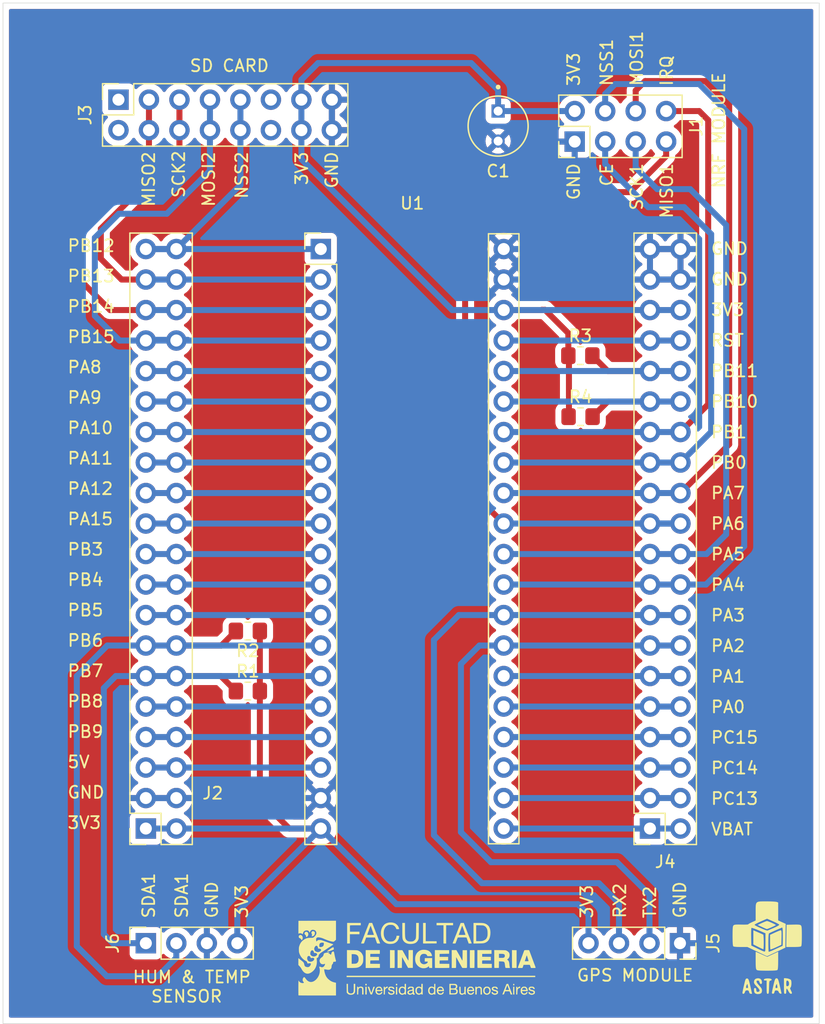
<source format=kicad_pcb>
(kicad_pcb (version 20240108) (generator "pcbnew") (generator_version "8.0")
  (title_block (title "Blue Pill extension board") (company "Fiuba Sat"))
  (layers (0 "F.Cu" signal) (31 "B.Cu" signal) (34 "B.Paste" user) (35 "F.Paste" user) (36 "B.SilkS" user "B.Silkscreen") (37 "F.SilkS" user "F.Silkscreen") (38 "B.Mask" user) (39 "F.Mask" user) (44 "Edge.Cuts" user))
  (net 0 "")
  (net 1 "MOSI1")
  (net 2 "VBAT")
  (net 3 "NSS1")
  (net 4 "SCK1")
  (net 5 "SDA2")
  (net 6 "PA1")
  (net 7 "PB1")
  (net 8 "PC13")
  (net 9 "PC15")
  (net 10 "SCL2")
  (net 11 "PC14")
  (net 12 "RST")
  (net 13 "PA0")
  (net 14 "PB0")
  (net 15 "PA8")
  (net 16 "PB4")
  (net 17 "PB3")
  (net 18 "PB5")
  (net 19 "PA11")
  (net 20 "MISO1")
  (net 21 "PA15")
  (net 22 "PA12")
  (net 23 "SDA1")
  (net 24 "SCL1")
  (net 25 "5V")
  (net 26 "NSS2")
  (net 27 "SCK2")
  (net 28 "MOSI2")
  (net 29 "PB8")
  (net 30 "PB9")
  (net 31 "GND")
  (net 35 "MISO2")
  (net 36 "RX1")
  (net 37 "TX1")
  (net 39 "RX2")
  (net 40 "TX2")
  (net 41 "3V3_R")
  (net 42 "3V3_L")
  (footprint "Connector_PinSocket_2.54mm:PinSocket_2x20_P2.54mm_Vertical" (layer "F.Cu") (at 124.675 114.73 180)
    (property "Reference" "J2" (at -5.575 2.94 180) (layer "F.SilkS"))
    (property "Value" "Conn_02x20_Odd_Even" (hide yes))
    (pad "1" thru_hole rect (at 0 0 180) (size 1.7 1.7) (drill 1) (layers "*.Cu" "*.Mask") (net 42 "3V3_L"))
    (pad "2" thru_hole oval (at -2.54 0 180) (size 1.7 1.7) (drill 1) (layers "*.Cu" "*.Mask") (net 42 "3V3_L"))
    (pad "3" thru_hole oval (at 0 2.54 180) (size 1.7 1.7) (drill 1) (layers "*.Cu" "*.Mask") (net 31 "GND"))
    (pad "4" thru_hole oval (at -2.54 2.54 180) (size 1.7 1.7) (drill 1) (layers "*.Cu" "*.Mask") (net 31 "GND"))
    (pad "5" thru_hole oval (at 0 5.08 180) (size 1.7 1.7) (drill 1) (layers "*.Cu" "*.Mask") (net 25 "5V"))
    (pad "6" thru_hole oval (at -2.54 5.08 180) (size 1.7 1.7) (drill 1) (layers "*.Cu" "*.Mask") (net 25 "5V"))
    (pad "7" thru_hole oval (at 0 7.62 180) (size 1.7 1.7) (drill 1) (layers "*.Cu" "*.Mask") (net 30 "PB9"))
    (pad "8" thru_hole oval (at -2.54 7.62 180) (size 1.7 1.7) (drill 1) (layers "*.Cu" "*.Mask") (net 30 "PB9"))
    (pad "9" thru_hole oval (at 0 10.16 180) (size 1.7 1.7) (drill 1) (layers "*.Cu" "*.Mask") (net 29 "PB8"))
    (pad "10" thru_hole oval (at -2.54 10.16 180) (size 1.7 1.7) (drill 1) (layers "*.Cu" "*.Mask") (net 29 "PB8"))
    (pad "11" thru_hole oval (at 0 12.7 180) (size 1.7 1.7) (drill 1) (layers "*.Cu" "*.Mask") (net 23 "SDA1"))
    (pad "12" thru_hole oval (at -2.54 12.7 180) (size 1.7 1.7) (drill 1) (layers "*.Cu" "*.Mask") (net 23 "SDA1"))
    (pad "13" thru_hole oval (at 0 15.24 180) (size 1.7 1.7) (drill 1) (layers "*.Cu" "*.Mask") (net 24 "SCL1"))
    (pad "14" thru_hole oval (at -2.54 15.24 180) (size 1.7 1.7) (drill 1) (layers "*.Cu" "*.Mask") (net 24 "SCL1"))
    (pad "15" thru_hole oval (at 0 17.78 180) (size 1.7 1.7) (drill 1) (layers "*.Cu" "*.Mask") (net 18 "PB5"))
    (pad "16" thru_hole oval (at -2.54 17.78 180) (size 1.7 1.7) (drill 1) (layers "*.Cu" "*.Mask") (net 18 "PB5"))
    (pad "17" thru_hole oval (at 0 20.32 180) (size 1.7 1.7) (drill 1) (layers "*.Cu" "*.Mask") (net 16 "PB4"))
    (pad "18" thru_hole oval (at -2.54 20.32 180) (size 1.7 1.7) (drill 1) (layers "*.Cu" "*.Mask") (net 16 "PB4"))
    (pad "19" thru_hole oval (at 0 22.86 180) (size 1.7 1.7) (drill 1) (layers "*.Cu" "*.Mask") (net 17 "PB3"))
    (pad "20" thru_hole oval (at -2.54 22.86 180) (size 1.7 1.7) (drill 1) (layers "*.Cu" "*.Mask") (net 17 "PB3"))
    (pad "21" thru_hole oval (at 0 25.4 180) (size 1.7 1.7) (drill 1) (layers "*.Cu" "*.Mask") (net 21 "PA15"))
    (pad "22" thru_hole oval (at -2.54 25.4 180) (size 1.7 1.7) (drill 1) (layers "*.Cu" "*.Mask") (net 21 "PA15"))
    (pad "23" thru_hole oval (at 0 27.94 180) (size 1.7 1.7) (drill 1) (layers "*.Cu" "*.Mask") (net 22 "PA12"))
    (pad "24" thru_hole oval (at -2.54 27.94 180) (size 1.7 1.7) (drill 1) (layers "*.Cu" "*.Mask") (net 22 "PA12"))
    (pad "25" thru_hole oval (at 0 30.48 180) (size 1.7 1.7) (drill 1) (layers "*.Cu" "*.Mask") (net 19 "PA11"))
    (pad "26" thru_hole oval (at -2.54 30.48 180) (size 1.7 1.7) (drill 1) (layers "*.Cu" "*.Mask") (net 19 "PA11"))
    (pad "27" thru_hole oval (at 0 33.02 180) (size 1.7 1.7) (drill 1) (layers "*.Cu" "*.Mask") (net 36 "RX1"))
    (pad "28" thru_hole oval (at -2.54 33.02 180) (size 1.7 1.7) (drill 1) (layers "*.Cu" "*.Mask") (net 36 "RX1"))
    (pad "29" thru_hole oval (at 0 35.56 180) (size 1.7 1.7) (drill 1) (layers "*.Cu" "*.Mask") (net 37 "TX1"))
    (pad "30" thru_hole oval (at -2.54 35.56 180) (size 1.7 1.7) (drill 1) (layers "*.Cu" "*.Mask") (net 37 "TX1"))
    (pad "31" thru_hole oval (at 0 38.1 180) (size 1.7 1.7) (drill 1) (layers "*.Cu" "*.Mask") (net 15 "PA8"))
    (pad "32" thru_hole oval (at -2.54 38.1 180) (size 1.7 1.7) (drill 1) (layers "*.Cu" "*.Mask") (net 15 "PA8"))
    (pad "33" thru_hole oval (at 0 40.64 180) (size 1.7 1.7) (drill 1) (layers "*.Cu" "*.Mask") (net 28 "MOSI2"))
    (pad "34" thru_hole oval (at -2.54 40.64 180) (size 1.7 1.7) (drill 1) (layers "*.Cu" "*.Mask") (net 28 "MOSI2"))
    (pad "35" thru_hole oval (at 0 43.18 180) (size 1.7 1.7) (drill 1) (layers "*.Cu" "*.Mask") (net 35 "MISO2"))
    (pad "36" thru_hole oval (at -2.54 43.18 180) (size 1.7 1.7) (drill 1) (layers "*.Cu" "*.Mask") (net 35 "MISO2"))
    (pad "37" thru_hole oval (at 0 45.72 180) (size 1.7 1.7) (drill 1) (layers "*.Cu" "*.Mask") (net 27 "SCK2"))
    (pad "38" thru_hole oval (at -2.54 45.72 180) (size 1.7 1.7) (drill 1) (layers "*.Cu" "*.Mask") (net 27 "SCK2"))
    (pad "39" thru_hole oval (at 0 48.26 180) (size 1.7 1.7) (drill 1) (layers "*.Cu" "*.Mask") (net 26 "NSS2"))
    (pad "40" thru_hole oval (at -2.54 48.26 180) (size 1.7 1.7) (drill 1) (layers "*.Cu" "*.Mask") (net 26 "NSS2"))
  )
  (footprint "Footprints:BluePill_modified(F.Courtyard)" (layer "F.Cu") (at 139.25 66.47)
    (property "Reference" "U1" (at 7.62 -3.81 0) (layer "F.SilkS"))
    (property "Value" "YAAJ_BluePill_Part_Like" (hide yes))
    (pad "1" thru_hole rect (at 0 0) (size 1.7 1.7) (drill 1) (layers "*.Cu" "*.Mask") (net 26 "NSS2"))
    (pad "2" thru_hole circle (at 0 2.54) (size 1.7 1.7) (drill 1) (layers "*.Cu" "*.Mask") (net 27 "SCK2"))
    (pad "3" thru_hole circle (at 0 5.08) (size 1.7 1.7) (drill 1) (layers "*.Cu" "*.Mask") (net 35 "MISO2"))
    (pad "4" thru_hole circle (at 0 7.62) (size 1.7 1.7) (drill 1) (layers "*.Cu" "*.Mask") (net 28 "MOSI2"))
    (pad "5" thru_hole circle (at 0 10.16) (size 1.7 1.7) (drill 1) (layers "*.Cu" "*.Mask") (net 15 "PA8"))
    (pad "6" thru_hole circle (at 0 12.7) (size 1.7 1.7) (drill 1) (layers "*.Cu" "*.Mask") (net 37 "TX1"))
    (pad "7" thru_hole circle (at 0 15.24) (size 1.7 1.7) (drill 1) (layers "*.Cu" "*.Mask") (net 36 "RX1"))
    (pad "8" thru_hole circle (at 0 17.78) (size 1.7 1.7) (drill 1) (layers "*.Cu" "*.Mask") (net 19 "PA11"))
    (pad "9" thru_hole circle (at 0 20.32) (size 1.7 1.7) (drill 1) (layers "*.Cu" "*.Mask") (net 22 "PA12"))
    (pad "10" thru_hole circle (at 0 22.86) (size 1.7 1.7) (drill 1) (layers "*.Cu" "*.Mask") (net 21 "PA15"))
    (pad "11" thru_hole circle (at 0 25.4) (size 1.7 1.7) (drill 1) (layers "*.Cu" "*.Mask") (net 17 "PB3"))
    (pad "12" thru_hole circle (at 0 27.94) (size 1.7 1.7) (drill 1) (layers "*.Cu" "*.Mask") (net 16 "PB4"))
    (pad "13" thru_hole circle (at 0 30.48) (size 1.7 1.7) (drill 1) (layers "*.Cu" "*.Mask") (net 18 "PB5"))
    (pad "14" thru_hole circle (at 0 33.02) (size 1.7 1.7) (drill 1) (layers "*.Cu" "*.Mask") (net 24 "SCL1"))
    (pad "15" thru_hole circle (at 0 35.56) (size 1.7 1.7) (drill 1) (layers "*.Cu" "*.Mask") (net 23 "SDA1"))
    (pad "16" thru_hole circle (at 0 38.1) (size 1.7 1.7) (drill 1) (layers "*.Cu" "*.Mask") (net 29 "PB8"))
    (pad "17" thru_hole circle (at 0 40.64) (size 1.7 1.7) (drill 1) (layers "*.Cu" "*.Mask") (net 30 "PB9"))
    (pad "18" thru_hole circle (at 0 43.18) (size 1.7 1.7) (drill 1) (layers "*.Cu" "*.Mask") (net 25 "5V"))
    (pad "19" thru_hole circle (at 0 45.72) (size 1.7 1.7) (drill 1) (layers "*.Cu" "*.Mask") (net 31 "GND"))
    (pad "20" thru_hole circle (at 0 48.26) (size 1.7 1.7) (drill 1) (layers "*.Cu" "*.Mask") (net 42 "3V3_L"))
    (pad "21" thru_hole circle (at 15.24 48.26) (size 1.7 1.7) (drill 1) (layers "*.Cu" "*.Mask") (net 2 "VBAT"))
    (pad "22" thru_hole circle (at 15.24 45.72) (size 1.7 1.7) (drill 1) (layers "*.Cu" "*.Mask") (net 8 "PC13"))
    (pad "23" thru_hole circle (at 15.24 43.18) (size 1.7 1.7) (drill 1) (layers "*.Cu" "*.Mask") (net 11 "PC14"))
    (pad "24" thru_hole circle (at 15.24 40.64) (size 1.7 1.7) (drill 1) (layers "*.Cu" "*.Mask") (net 9 "PC15"))
    (pad "25" thru_hole circle (at 15.24 38.1) (size 1.7 1.7) (drill 1) (layers "*.Cu" "*.Mask") (net 13 "PA0"))
    (pad "26" thru_hole circle (at 15.24 35.56) (size 1.7 1.7) (drill 1) (layers "*.Cu" "*.Mask") (net 6 "PA1"))
    (pad "27" thru_hole circle (at 15.24 33.02) (size 1.7 1.7) (drill 1) (layers "*.Cu" "*.Mask") (net 40 "TX2"))
    (pad "28" thru_hole circle (at 15.24 30.48) (size 1.7 1.7) (drill 1) (layers "*.Cu" "*.Mask") (net 39 "RX2"))
    (pad "29" thru_hole circle (at 15.24 27.94) (size 1.7 1.7) (drill 1) (layers "*.Cu" "*.Mask") (net 3 "NSS1"))
    (pad "30" thru_hole circle (at 15.24 25.4) (size 1.7 1.7) (drill 1) (layers "*.Cu" "*.Mask") (net 4 "SCK1"))
    (pad "31" thru_hole circle (at 15.24 22.86) (size 1.7 1.7) (drill 1) (layers "*.Cu" "*.Mask") (net 20 "MISO1"))
    (pad "32" thru_hole circle (at 15.24 20.32) (size 1.7 1.7) (drill 1) (layers "*.Cu" "*.Mask") (net 1 "MOSI1"))
    (pad "33" thru_hole circle (at 15.24 17.78) (size 1.7 1.7) (drill 1) (layers "*.Cu" "*.Mask") (net 14 "PB0"))
    (pad "34" thru_hole circle (at 15.24 15.24) (size 1.7 1.7) (drill 1) (layers "*.Cu" "*.Mask") (net 7 "PB1"))
    (pad "35" thru_hole circle (at 15.24 12.7) (size 1.7 1.7) (drill 1) (layers "*.Cu" "*.Mask") (net 10 "SCL2"))
    (pad "36" thru_hole circle (at 15.24 10.16) (size 1.7 1.7) (drill 1) (layers "*.Cu" "*.Mask") (net 5 "SDA2"))
    (pad "37" thru_hole circle (at 15.24 7.62) (size 1.7 1.7) (drill 1) (layers "*.Cu" "*.Mask") (net 12 "RST"))
    (pad "38" thru_hole circle (at 15.24 5.08) (size 1.7 1.7) (drill 1) (layers "*.Cu" "*.Mask") (net 41 "3V3_R"))
    (pad "39" thru_hole circle (at 15.24 2.54) (size 1.7 1.7) (drill 1) (layers "*.Cu" "*.Mask") (net 31 "GND"))
    (pad "40" thru_hole circle (at 15.24 0) (size 1.7 1.7) (drill 1) (layers "*.Cu" "*.Mask") (net 31 "GND"))
  )
  (footprint "Connector_PinSocket_2.54mm:PinSocket_2x20_P2.54mm_Vertical" (layer "F.Cu") (at 166.675 114.73 180)
    (property "Reference" "J4" (at -1.27 -2.77 180) (layer "F.SilkS"))
    (property "Value" "Conn_02x20_Odd_Even" (hide yes))
    (pad "1" thru_hole rect (at 0 0 180) (size 1.7 1.7) (drill 1) (layers "*.Cu" "*.Mask") (net 2 "VBAT"))
    (pad "2" thru_hole oval (at -2.54 0 180) (size 1.7 1.7) (drill 1) (layers "*.Cu" "*.Mask") (net 2 "VBAT"))
    (pad "3" thru_hole oval (at 0 2.54 180) (size 1.7 1.7) (drill 1) (layers "*.Cu" "*.Mask") (net 8 "PC13"))
    (pad "4" thru_hole oval (at -2.54 2.54 180) (size 1.7 1.7) (drill 1) (layers "*.Cu" "*.Mask") (net 8 "PC13"))
    (pad "5" thru_hole oval (at 0 5.08 180) (size 1.7 1.7) (drill 1) (layers "*.Cu" "*.Mask") (net 11 "PC14"))
    (pad "6" thru_hole oval (at -2.54 5.08 180) (size 1.7 1.7) (drill 1) (layers "*.Cu" "*.Mask") (net 11 "PC14"))
    (pad "7" thru_hole oval (at 0 7.62 180) (size 1.7 1.7) (drill 1) (layers "*.Cu" "*.Mask") (net 9 "PC15"))
    (pad "8" thru_hole oval (at -2.54 7.62 180) (size 1.7 1.7) (drill 1) (layers "*.Cu" "*.Mask") (net 9 "PC15"))
    (pad "9" thru_hole oval (at 0 10.16 180) (size 1.7 1.7) (drill 1) (layers "*.Cu" "*.Mask") (net 13 "PA0"))
    (pad "10" thru_hole oval (at -2.54 10.16 180) (size 1.7 1.7) (drill 1) (layers "*.Cu" "*.Mask") (net 13 "PA0"))
    (pad "11" thru_hole oval (at 0 12.7 180) (size 1.7 1.7) (drill 1) (layers "*.Cu" "*.Mask") (net 6 "PA1"))
    (pad "12" thru_hole oval (at -2.54 12.7 180) (size 1.7 1.7) (drill 1) (layers "*.Cu" "*.Mask") (net 6 "PA1"))
    (pad "13" thru_hole oval (at 0 15.24 180) (size 1.7 1.7) (drill 1) (layers "*.Cu" "*.Mask") (net 40 "TX2"))
    (pad "14" thru_hole oval (at -2.54 15.24 180) (size 1.7 1.7) (drill 1) (layers "*.Cu" "*.Mask") (net 40 "TX2"))
    (pad "15" thru_hole oval (at 0 17.78 180) (size 1.7 1.7) (drill 1) (layers "*.Cu" "*.Mask") (net 39 "RX2"))
    (pad "16" thru_hole oval (at -2.54 17.78 180) (size 1.7 1.7) (drill 1) (layers "*.Cu" "*.Mask") (net 39 "RX2"))
    (pad "17" thru_hole oval (at 0 20.32 180) (size 1.7 1.7) (drill 1) (layers "*.Cu" "*.Mask") (net 3 "NSS1"))
    (pad "18" thru_hole oval (at -2.54 20.32 180) (size 1.7 1.7) (drill 1) (layers "*.Cu" "*.Mask") (net 3 "NSS1"))
    (pad "19" thru_hole oval (at 0 22.86 180) (size 1.7 1.7) (drill 1) (layers "*.Cu" "*.Mask") (net 4 "SCK1"))
    (pad "20" thru_hole oval (at -2.54 22.86 180) (size 1.7 1.7) (drill 1) (layers "*.Cu" "*.Mask") (net 4 "SCK1"))
    (pad "21" thru_hole oval (at 0 25.4 180) (size 1.7 1.7) (drill 1) (layers "*.Cu" "*.Mask") (net 20 "MISO1"))
    (pad "22" thru_hole oval (at -2.54 25.4 180) (size 1.7 1.7) (drill 1) (layers "*.Cu" "*.Mask") (net 20 "MISO1"))
    (pad "23" thru_hole oval (at 0 27.94 180) (size 1.7 1.7) (drill 1) (layers "*.Cu" "*.Mask") (net 1 "MOSI1"))
    (pad "24" thru_hole oval (at -2.54 27.94 180) (size 1.7 1.7) (drill 1) (layers "*.Cu" "*.Mask") (net 1 "MOSI1"))
    (pad "25" thru_hole oval (at 0 30.48 180) (size 1.7 1.7) (drill 1) (layers "*.Cu" "*.Mask") (net 14 "PB0"))
    (pad "26" thru_hole oval (at -2.54 30.48 180) (size 1.7 1.7) (drill 1) (layers "*.Cu" "*.Mask") (net 14 "PB0"))
    (pad "27" thru_hole oval (at 0 33.02 180) (size 1.7 1.7) (drill 1) (layers "*.Cu" "*.Mask") (net 7 "PB1"))
    (pad "28" thru_hole oval (at -2.54 33.02 180) (size 1.7 1.7) (drill 1) (layers "*.Cu" "*.Mask") (net 7 "PB1"))
    (pad "29" thru_hole oval (at 0 35.56 180) (size 1.7 1.7) (drill 1) (layers "*.Cu" "*.Mask") (net 10 "SCL2"))
    (pad "30" thru_hole oval (at -2.54 35.56 180) (size 1.7 1.7) (drill 1) (layers "*.Cu" "*.Mask") (net 10 "SCL2"))
    (pad "31" thru_hole oval (at 0 38.1 180) (size 1.7 1.7) (drill 1) (layers "*.Cu" "*.Mask") (net 5 "SDA2"))
    (pad "32" thru_hole oval (at -2.54 38.1 180) (size 1.7 1.7) (drill 1) (layers "*.Cu" "*.Mask") (net 5 "SDA2"))
    (pad "33" thru_hole oval (at 0 40.64 180) (size 1.7 1.7) (drill 1) (layers "*.Cu" "*.Mask") (net 12 "RST"))
    (pad "34" thru_hole oval (at -2.54 40.64 180) (size 1.7 1.7) (drill 1) (layers "*.Cu" "*.Mask") (net 12 "RST"))
    (pad "35" thru_hole oval (at 0 43.18 180) (size 1.7 1.7) (drill 1) (layers "*.Cu" "*.Mask") (net 41 "3V3_R"))
    (pad "36" thru_hole oval (at -2.54 43.18 180) (size 1.7 1.7) (drill 1) (layers "*.Cu" "*.Mask") (net 41 "3V3_R"))
    (pad "37" thru_hole oval (at 0 45.72 180) (size 1.7 1.7) (drill 1) (layers "*.Cu" "*.Mask") (net 31 "GND"))
    (pad "38" thru_hole oval (at -2.54 45.72 180) (size 1.7 1.7) (drill 1) (layers "*.Cu" "*.Mask") (net 31 "GND"))
    (pad "39" thru_hole oval (at 0 48.26 180) (size 1.7 1.7) (drill 1) (layers "*.Cu" "*.Mask") (net 31 "GND"))
    (pad "40" thru_hole oval (at -2.54 48.26 180) (size 1.7 1.7) (drill 1) (layers "*.Cu" "*.Mask") (net 31 "GND"))
  )
  (footprint "Connector_PinSocket_2.54mm:PinSocket_2x08_P2.54mm_Vertical" (layer "F.Cu") (at 122.395 54.03 90)
    (property "Reference" "J3" (at -1.27 -2.77 -90) (layer "F.SilkS"))
    (property "Value" "SD_CARD")
    (pad "1" thru_hole rect (at 0 0 90) (size 1.7 1.7) (drill 1) (layers "*.Cu" "*.Mask"))
    (pad "2" thru_hole oval (at -2.54 0 90) (size 1.7 1.7) (drill 1) (layers "*.Cu" "*.Mask"))
    (pad "3" thru_hole oval (at 0 2.54 90) (size 1.7 1.7) (drill 1) (layers "*.Cu" "*.Mask") (net 35 "MISO2"))
    (pad "4" thru_hole oval (at -2.54 2.54 90) (size 1.7 1.7) (drill 1) (layers "*.Cu" "*.Mask") (net 35 "MISO2"))
    (pad "5" thru_hole oval (at 0 5.08 90) (size 1.7 1.7) (drill 1) (layers "*.Cu" "*.Mask") (net 27 "SCK2"))
    (pad "6" thru_hole oval (at -2.54 5.08 90) (size 1.7 1.7) (drill 1) (layers "*.Cu" "*.Mask") (net 27 "SCK2"))
    (pad "7" thru_hole oval (at 0 7.62 90) (size 1.7 1.7) (drill 1) (layers "*.Cu" "*.Mask") (net 28 "MOSI2"))
    (pad "8" thru_hole oval (at -2.54 7.62 90) (size 1.7 1.7) (drill 1) (layers "*.Cu" "*.Mask") (net 28 "MOSI2"))
    (pad "9" thru_hole oval (at 0 10.16 90) (size 1.7 1.7) (drill 1) (layers "*.Cu" "*.Mask") (net 26 "NSS2"))
    (pad "10" thru_hole oval (at -2.54 10.16 90) (size 1.7 1.7) (drill 1) (layers "*.Cu" "*.Mask") (net 26 "NSS2"))
    (pad "11" thru_hole oval (at 0 12.7 90) (size 1.7 1.7) (drill 1) (layers "*.Cu" "*.Mask"))
    (pad "12" thru_hole oval (at -2.54 12.7 90) (size 1.7 1.7) (drill 1) (layers "*.Cu" "*.Mask"))
    (pad "13" thru_hole oval (at 0 15.24 90) (size 1.7 1.7) (drill 1) (layers "*.Cu" "*.Mask") (net 41 "3V3_R"))
    (pad "14" thru_hole oval (at -2.54 15.24 90) (size 1.7 1.7) (drill 1) (layers "*.Cu" "*.Mask") (net 41 "3V3_R"))
    (pad "15" thru_hole oval (at 0 17.78 90) (size 1.7 1.7) (drill 1) (layers "*.Cu" "*.Mask") (net 31 "GND"))
    (pad "16" thru_hole oval (at -2.54 17.78 90) (size 1.7 1.7) (drill 1) (layers "*.Cu" "*.Mask") (net 31 "GND"))
  )
  (footprint "Resistor_SMD:R_0805_2012Metric_Pad1.20x1.40mm_HandSolder" (layer "F.Cu") (at 160.875 75.35)
    (property "Reference" "R3" (at 0 -1.65 0) (layer "F.SilkS"))
    (property "Value" "10k")
    (pad "1" smd roundrect (at -1 0) (size 1.2 1.4) (layers "F.Cu" "F.Paste" "F.Mask") (roundrect_rratio 0.208333) (net 41 "3V3_R"))
    (pad "2" smd roundrect (at 1 0) (size 1.2 1.4) (layers "F.Cu" "F.Paste" "F.Mask") (roundrect_rratio 0.208333) (net 5 "SDA2"))
  )
  (footprint "Images:ASTAR" (layer "F.Cu") (at 176.25 124.5)
    (property "Reference" "G***" (hide yes))
    (property "Value" "LOGO" (hide yes))
  )
  (footprint "Footprints:CAPPRD250W50D500H1100" (layer "F.Cu") (at 154.025 56.23 -90)
    (property "Reference" "C1" (at 3.75 0 180) (layer "F.SilkS"))
    (property "Value" "10u")
    (pad "N" thru_hole circle (at 1.25 0 270) (size 1.1 1.1) (drill 0.75) (layers "*.Cu" "*.Mask") (net 31 "GND"))
    (pad "P" thru_hole rect (at -1.25 0 270) (size 1.1 1.1) (drill 0.75) (layers "*.Cu" "*.Mask") (net 41 "3V3_R"))
  )
  (footprint "Connector_PinSocket_2.54mm:PinSocket_1x04_P2.54mm_Vertical" (layer "F.Cu") (at 169.175 124.28 -90)
    (property "Reference" "J5" (at 0 -2.77 90) (layer "F.SilkS"))
    (property "Value" "GPS_MODULE")
    (pad "1" thru_hole rect (at 0 0 270) (size 1.7 1.7) (drill 1) (layers "*.Cu" "*.Mask") (net 31 "GND"))
    (pad "2" thru_hole oval (at 0 2.54 270) (size 1.7 1.7) (drill 1) (layers "*.Cu" "*.Mask") (net 40 "TX2"))
    (pad "3" thru_hole oval (at 0 5.08 270) (size 1.7 1.7) (drill 1) (layers "*.Cu" "*.Mask") (net 39 "RX2"))
    (pad "4" thru_hole oval (at 0 7.62 270) (size 1.7 1.7) (drill 1) (layers "*.Cu" "*.Mask") (net 42 "3V3_L"))
  )
  (footprint "Resistor_SMD:R_0805_2012Metric_Pad1.20x1.40mm_HandSolder" (layer "F.Cu") (at 133.175 98.28 180)
    (property "Reference" "R2" (at 0 -1.65 180) (layer "F.SilkS"))
    (property "Value" "10k")
    (pad "1" smd roundrect (at -1 0 180) (size 1.2 1.4) (layers "F.Cu" "F.Paste" "F.Mask") (roundrect_rratio 0.208333) (net 42 "3V3_L"))
    (pad "2" smd roundrect (at 1 0 180) (size 1.2 1.4) (layers "F.Cu" "F.Paste" "F.Mask") (roundrect_rratio 0.208333) (net 24 "SCL1"))
  )
  (footprint "Resistor_SMD:R_0805_2012Metric_Pad1.20x1.40mm_HandSolder" (layer "F.Cu") (at 160.895 80.43)
    (property "Reference" "R4" (at 0 -1.65 0) (layer "F.SilkS"))
    (property "Value" "10k")
    (pad "1" smd roundrect (at -1 0) (size 1.2 1.4) (layers "F.Cu" "F.Paste" "F.Mask") (roundrect_rratio 0.208333) (net 41 "3V3_R"))
    (pad "2" smd roundrect (at 1 0) (size 1.2 1.4) (layers "F.Cu" "F.Paste" "F.Mask") (roundrect_rratio 0.208333) (net 10 "SCL2"))
  )
  (footprint "Footprints:PinSocket_2x04_P2.54mm_Vertical" (layer "F.Cu") (at 160.405 57.52 90)
    (property "Reference" "J1" (at 1.28 10.125 -90) (layer "F.SilkS"))
    (property "Value" "NRF_MODULE")
    (pad "1" thru_hole rect (at 0 0 90) (size 1.7 1.7) (drill 1) (layers "*.Cu" "*.Mask") (net 31 "GND"))
    (pad "2" thru_hole oval (at 2.54 0 90) (size 1.7 1.7) (drill 1) (layers "*.Cu" "*.Mask") (net 41 "3V3_R"))
    (pad "3" thru_hole oval (at 0 2.54 90) (size 1.7 1.7) (drill 1) (layers "*.Cu" "*.Mask") (net 14 "PB0"))
    (pad "4" thru_hole oval (at 2.54 2.54 90) (size 1.7 1.7) (drill 1) (layers "*.Cu" "*.Mask") (net 3 "NSS1"))
    (pad "5" thru_hole oval (at 0 5.08 90) (size 1.7 1.7) (drill 1) (layers "*.Cu" "*.Mask") (net 4 "SCK1"))
    (pad "6" thru_hole oval (at 2.54 5.08 90) (size 1.7 1.7) (drill 1) (layers "*.Cu" "*.Mask") (net 1 "MOSI1"))
    (pad "7" thru_hole oval (at 0 7.62 90) (size 1.7 1.7) (drill 1) (layers "*.Cu" "*.Mask") (net 20 "MISO1"))
    (pad "8" thru_hole oval (at 2.54 7.62 90) (size 1.7 1.7) (drill 1) (layers "*.Cu" "*.Mask") (net 7 "PB1"))
  )
  (footprint "Resistor_SMD:R_0805_2012Metric_Pad1.20x1.40mm_HandSolder" (layer "F.Cu") (at 133.175 103.28)
    (property "Reference" "R1" (at 0 -1.65 0) (layer "F.SilkS"))
    (property "Value" "10k")
    (pad "1" smd roundrect (at -1 0) (size 1.2 1.4) (layers "F.Cu" "F.Paste" "F.Mask") (roundrect_rratio 0.208333) (net 23 "SDA1"))
    (pad "2" smd roundrect (at 1 0) (size 1.2 1.4) (layers "F.Cu" "F.Paste" "F.Mask") (roundrect_rratio 0.208333) (net 42 "3V3_L"))
  )
  (footprint "Images:LogoFIUBA" (layer "F.Cu") (at 147.25 125.5)
    (property "Reference" "G***" (hide yes))
    (property "Value" "LOGO" (hide yes))
  )
  (footprint "Connector_PinSocket_2.54mm:PinSocket_1x04_P2.54mm_Vertical" (layer "F.Cu") (at 124.675 124.28 90)
    (property "Reference" "J6" (at 0 -2.77 -90) (layer "F.SilkS"))
    (property "Value" "HUM & TEMP SENSOR")
    (pad "1" thru_hole rect (at 0 0 90) (size 1.7 1.7) (drill 1) (layers "*.Cu" "*.Mask") (net 23 "SDA1"))
    (pad "2" thru_hole oval (at 0 2.54 90) (size 1.7 1.7) (drill 1) (layers "*.Cu" "*.Mask") (net 24 "SCL1"))
    (pad "3" thru_hole oval (at 0 5.08 90) (size 1.7 1.7) (drill 1) (layers "*.Cu" "*.Mask") (net 31 "GND"))
    (pad "4" thru_hole oval (at 0 7.62 90) (size 1.7 1.7) (drill 1) (layers "*.Cu" "*.Mask") (net 42 "3V3_L"))
  )
  (gr_rect (start 112.775 45.98) (end 180.775 130.98) (stroke (width 0.05)) (fill none) (layer "Edge.Cuts"))
  (gr_text "PC13" (at 171.675 112.822797 0) (layer "F.SilkS") (effects (font (size 1 1)) (justify left bottom)))
  (gr_text "TX2" (at 167.25 122.29 90) (layer "F.SilkS") (effects (font (size 1 1)) (justify left bottom)))
  (gr_text "3V3" (at 138.25 61.230477 90) (layer "F.SilkS") (effects (font (size 1 1)) (justify left bottom)))
  (gr_text "PB12" (at 122.175 66.78 0) (layer "F.SilkS") (effects (font (size 1 1)) (justify right bottom)))
  (gr_text "GND\n" (at 171.675 69.574049 0) (layer "F.SilkS") (effects (font (size 1 1)) (justify left bottom)))
  (gr_text "3V3" (at 171.675 72.118093 0) (layer "F.SilkS") (effects (font (size 1 1)) (justify left bottom)))
  (gr_text "GND\n" (at 169.75 122.29 90) (layer "F.SilkS") (effects (font (size 1 1)) (justify left bottom)))
  (gr_text "PA4" (at 171.675 95.014489 0) (layer "F.SilkS") (effects (font (size 1 1)) (justify left bottom)))
  (gr_text "NSS1" (at 163.655 52.98 90) (layer "F.SilkS") (effects (font (size 1 1)) (justify left bottom)))
  (gr_text "RX2" (at 164.75 122.29 90) (layer "F.SilkS") (effects (font (size 1 1)) (justify left bottom)))
  (gr_text "PB7" (at 121.222619 102.185265 0) (layer "F.SilkS") (effects (font (size 1 1)) (justify right bottom)))
  (gr_text "PA3" (at 171.675 97.558533 0) (layer "F.SilkS") (effects (font (size 1 1)) (justify left bottom)))
  (gr_text "GND\n" (at 140.75 61.516191 90) (layer "F.SilkS") (effects (font (size 1 1)) (justify left bottom)))
  (gr_text "PA2" (at 171.675 100.102577 0) (layer "F.SilkS") (effects (font (size 1 1)) (justify left bottom)))
  (gr_text "PB13" (at 122.175 69.308954 0) (layer "F.SilkS") (effects (font (size 1 1)) (justify right bottom)))
  (gr_text "PB4\n" (at 121.222619 94.598424 0) (layer "F.SilkS") (effects (font (size 1 1)) (justify right bottom)))
  (gr_text "CE" (at 163.655 61.337143 90) (layer "F.SilkS") (effects (font (size 1 1)) (justify left bottom)))
  (gr_text "RST" (at 171.675 74.662137 0) (layer "F.SilkS") (effects (font (size 1 1)) (justify left bottom)))
  (gr_text "PA10" (at 122.032143 81.953689 0) (layer "F.SilkS") (effects (font (size 1 1)) (justify right bottom)))
  (gr_text "PA12" (at 122.032143 87.011583 0) (layer "F.SilkS") (effects (font (size 1 1)) (justify right bottom)))
  (gr_text "PC15" (at 171.675 107.734709 0) (layer "F.SilkS") (effects (font (size 1 1)) (justify left bottom)))
  (gr_text "PB1" (at 171.675 82.294269 0) (layer "F.SilkS") (effects (font (size 1 1)) (justify left bottom)))
  (gr_text "PA6" (at 171.675 89.926401 0) (layer "F.SilkS") (effects (font (size 1 1)) (justify left bottom)))
  (gr_text "HUM & TEMP\n  SENSOR" (at 123.5 129.29 0) (layer "F.SilkS") (effects (font (size 1 1)) (justify left bottom)))
  (gr_text "SCK1" (at 166.155 63.337143 90) (layer "F.SilkS") (effects (font (size 1 1)) (justify left bottom)))
  (gr_text "PB6" (at 121.222619 99.656318 0) (layer "F.SilkS") (effects (font (size 1 1)) (justify right bottom)))
  (gr_text "NRF MODULE" (at 173 61.5 90) (layer "F.SilkS") (effects (font (size 1 1)) (justify left bottom)))
  (gr_text "NSS2" (at 133.25 62.373334 90) (layer "F.SilkS") (effects (font (size 1 1)) (justify left bottom)))
  (gr_text "3V3\n" (at 160.905 52.98 90) (layer "F.SilkS") (effects (font (size 1 1)) (justify left bottom)))
  (gr_text "PB0" (at 171.675 84.838313 0) (layer "F.SilkS") (effects (font (size 1 1)) (justify left bottom)))
  (gr_text "3V3" (at 133.25 122.29 90) (layer "F.SilkS") (effects (font (size 1 1)) (justify left bottom)))
  (gr_text "SDA1\n" (at 128.25 122.29 90) (layer "F.SilkS") (effects (font (size 1 1)) (justify left bottom)))
  (gr_text "PB11" (at 171.675 77.206181 0) (layer "F.SilkS") (effects (font (size 1 1)) (justify left bottom)))
  (gr_text "SDA1\n" (at 125.5 122.29 90) (layer "F.SilkS") (effects (font (size 1 1)) (justify left bottom)))
  (gr_text "GND" (at 121.317857 112.301053 0) (layer "F.SilkS") (effects (font (size 1 1)) (justify right bottom)))
  (gr_text "PB9" (at 121.222619 107.243159 0) (layer "F.SilkS") (effects (font (size 1 1)) (justify right bottom)))
  (gr_text "IRQ" (at 168.655 52.98 90) (layer "F.SilkS") (effects (font (size 1 1)) (justify left bottom)))
  (gr_text "PA5" (at 171.675 92.470445 0) (layer "F.SilkS") (effects (font (size 1 1)) (justify left bottom)))
  (gr_text "GND\n" (at 160.905 62.48 90) (layer "F.SilkS") (effects (font (size 1 1)) (justify left bottom)))
  (gr_text "PA8" (at 121.079762 76.895795 0) (layer "F.SilkS") (effects (font (size 1 1)) (justify right bottom)))
  (gr_text "SD CARD" (at 128.25 51.79 0) (layer "F.SilkS") (effects (font (size 1 1)) (justify left bottom)))
  (gr_text "3V3" (at 121.032143 114.83 0) (layer "F.SilkS") (effects (font (size 1 1)) (justify right bottom)))
  (gr_text "PA11" (at 122.032143 84.482636 0) (layer "F.SilkS") (effects (font (size 1 1) (thickness 0.15) (bold yes)) (justify right bottom)))
  (gr_text "PA9\n" (at 121.079762 79.424742 0) (layer "F.SilkS") (effects (font (size 1 1)) (justify right bottom)))
  (gr_text "MOSI1\n" (at 166.155 52.98 90) (layer "F.SilkS") (effects (font (size 1 1)) (justify left bottom)))
  (gr_text "PA15" (at 122.032143 89.54053 0) (layer "F.SilkS") (effects (font (size 1 1)) (justify right bottom)))
  (gr_text "PB14" (at 122.175 71.837901 0) (layer "F.SilkS") (effects (font (size 1 1)) (justify right bottom)))
  (gr_text "MOSI2" (at 130.5 63.04 90) (layer "F.SilkS") (effects (font (size 1 1)) (justify left bottom)))
  (gr_text "PC14" (at 171.675 110.278753 0) (layer "F.SilkS") (effects (font (size 1 1)) (justify left bottom)))
  (gr_text "3V3\n" (at 162 122.29 90) (layer "F.SilkS") (effects (font (size 1 1)) (justify left bottom)))
  (gr_text "5V\n" (at 120.079762 109.772106 0) (layer "F.SilkS") (effects (font (size 1 1)) (justify right bottom)))
  (gr_text "SCK2\n" (at 128 62.29 90) (layer "F.SilkS") (effects (font (size 1 1)) (justify left bottom)))
  (gr_text "PA0" (at 171.675 105.190665 0) (layer "F.SilkS") (effects (font (size 1 1)) (justify left bottom)))
  (gr_text "GND\n" (at 130.75 122.29 90) (layer "F.SilkS") (effects (font (size 1 1)) (justify left bottom)))
  (gr_text "PA7" (at 171.675 87.382357 0) (layer "F.SilkS") (effects (font (size 1 1)) (justify left bottom)))
  (gr_text "PB15" (at 122.175 74.366848 0) (layer "F.SilkS") (effects (font (size 1 1)) (justify right bottom)))
  (gr_text "MISO1" (at 168.655 64.003809 90) (layer "F.SilkS") (effects (font (size 1 1)) (justify left bottom)))
  (gr_text "MISO2\n" (at 125.5 63.04 90) (layer "F.SilkS") (effects (font (size 1 1)) (justify left bottom)))
  (gr_text "PA1" (at 171.675 102.646621 0) (layer "F.SilkS") (effects (font (size 1 1)) (justify left bottom)))
  (gr_text "PB5" (at 121.222619 97.127371 0) (layer "F.SilkS") (effects (font (size 1 1)) (justify right bottom)))
  (gr_text "GND" (at 171.675 67.03 0) (layer "F.SilkS") (effects (font (size 1 1)) (justify left bottom)))
  (gr_text "VBAT" (at 171.675 115.366841 0) (layer "F.SilkS") (effects (font (size 1 1)) (justify left bottom)))
  (gr_text "PB3" (at 121.222619 92.069477 0) (layer "F.SilkS") (effects (font (size 1 1)) (justify right bottom)))
  (gr_text "PB8" (at 121.222619 104.714212 0) (layer "F.SilkS") (effects (font (size 1 1)) (justify right bottom)))
  (gr_text "GPS MODULE" (at 160.5 127.54 0) (layer "F.SilkS") (effects (font (size 1 1)) (justify left bottom)))
  (gr_text "PB10" (at 171.675 79.750225 0) (layer "F.SilkS") (effects (font (size 1 1)) (justify left bottom)))
  (segment (start 173.275 54.48) (end 173.275 82.73) (width 0.5) (layer "F.Cu") (net 1))
  (segment (start 165.485 54.98) (end 165.485 53.27) (width 0.5) (layer "F.Cu") (net 1))
  (segment (start 171.275 52.48) (end 173.275 54.48) (width 0.5) (layer "F.Cu") (net 1))
  (segment (start 173.275 82.73) (end 169.215 86.79) (width 0.5) (layer "F.Cu") (net 1))
  (segment (start 165.485 53.27) (end 166.275 52.48) (width 0.5) (layer "F.Cu") (net 1))
  (segment (start 166.275 52.48) (end 171.275 52.48) (width 0.5) (layer "F.Cu") (net 1))
  (segment (start 169.215 86.79) (end 154.49 86.79) (width 0.5) (layer "B.Cu") (net 1))
  (segment (start 169.215 114.73) (end 154.49 114.73) (width 0.5) (layer "B.Cu") (net 2))
  (segment (start 162.945 53.56) (end 163.775 52.73) (width 0.5) (layer "B.Cu") (net 3))
  (segment (start 171.345 94.41) (end 169.215 94.41) (width 0.5) (layer "B.Cu") (net 3))
  (segment (start 166.675 94.41) (end 154.49 94.41) (width 0.5) (layer "B.Cu") (net 3))
  (segment (start 170.775 52.73) (end 174.525 56.48) (width 0.5) (layer "B.Cu") (net 3))
  (segment (start 163.775 52.73) (end 170.775 52.73) (width 0.5) (layer "B.Cu") (net 3))
  (segment (start 174.525 91.23) (end 171.345 94.41) (width 0.5) (layer "B.Cu") (net 3))
  (segment (start 169.215 94.41) (end 166.675 94.41) (width 0.5) (layer "B.Cu") (net 3))
  (segment (start 174.525 56.48) (end 174.525 91.23) (width 0.5) (layer "B.Cu") (net 3))
  (segment (start 162.945 54.98) (end 162.945 53.56) (width 0.5) (layer "B.Cu") (net 3))
  (segment (start 165.485 57.52) (end 165.485 59.69) (width 0.5) (layer "B.Cu") (net 4))
  (segment (start 171.385 91.87) (end 169.215 91.87) (width 0.5) (layer "B.Cu") (net 4))
  (segment (start 167.275 61.48) (end 170.025 61.48) (width 0.5) (layer "B.Cu") (net 4))
  (segment (start 165.485 59.69) (end 167.275 61.48) (width 0.5) (layer "B.Cu") (net 4))
  (segment (start 173.025 90.23) (end 171.385 91.87) (width 0.5) (layer "B.Cu") (net 4))
  (segment (start 170.025 61.48) (end 173.025 64.48) (width 0.5) (layer "B.Cu") (net 4))
  (segment (start 173.025 64.48) (end 173.025 90.23) (width 0.5) (layer "B.Cu") (net 4))
  (segment (start 169.215 91.87) (end 154.49 91.87) (width 0.5) (layer "B.Cu") (net 4))
  (segment (start 166.675 76.63) (end 163.155 76.63) (width 0.5) (layer "F.Cu") (net 5))
  (segment (start 163.155 76.63) (end 161.875 75.35) (width 0.5) (layer "F.Cu") (net 5))
  (segment (start 154.49 76.63) (end 169.215 76.63) (width 0.5) (layer "B.Cu") (net 5))
  (segment (start 154.475 76.615) (end 154.49 76.63) (width 0.5) (layer "B.Cu") (net 5))
  (segment (start 169.215 102.03) (end 154.49 102.03) (width 0.5) (layer "B.Cu") (net 6))
  (segment (start 171.525 55.73) (end 171.525 79.4) (width 0.5) (layer "F.Cu") (net 7))
  (segment (start 170.775 54.98) (end 171.525 55.73) (width 0.5) (layer "F.Cu") (net 7))
  (segment (start 168.025 54.98) (end 170.775 54.98) (width 0.5) (layer "F.Cu") (net 7))
  (segment (start 171.525 79.4) (end 169.215 81.71) (width 0.5) (layer "F.Cu") (net 7))
  (segment (start 166.675 81.71) (end 154.49 81.71) (width 0.5) (layer "B.Cu") (net 7))
  (segment (start 169.215 81.71) (end 166.675 81.71) (width 0.5) (layer "B.Cu") (net 7))
  (segment (start 169.215 112.19) (end 154.49 112.19) (width 0.5) (layer "B.Cu") (net 8))
  (segment (start 169.215 107.11) (end 154.49 107.11) (width 0.5) (layer "B.Cu") (net 9))
  (segment (start 166.675 79.17) (end 163.155 79.17) (width 0.5) (layer "F.Cu") (net 10))
  (segment (start 163.155 79.17) (end 161.895 80.43) (width 0.5) (layer "F.Cu") (net 10))
  (segment (start 166.675 79.17) (end 154.49 79.17) (width 0.5) (layer "B.Cu") (net 10))
  (segment (start 169.215 79.17) (end 166.675 79.17) (width 0.5) (layer "B.Cu") (net 10))
  (segment (start 169.2 79.185) (end 169.215 79.17) (width 0.5) (layer "B.Cu") (net 10))
  (segment (start 169.215 109.65) (end 154.49 109.65) (width 0.5) (layer "B.Cu") (net 11))
  (segment (start 154.49 74.09) (end 169.215 74.09) (width 0.5) (layer "B.Cu") (net 12))
  (segment (start 169.215 104.57) (end 154.49 104.57) (width 0.5) (layer "B.Cu") (net 13))
  (segment (start 154.495 84.245) (end 154.49 84.25) (width 0.5) (layer "F.Cu") (net 14))
  (segment (start 162.945 57.52) (end 162.945 59.4) (width 0.5) (layer "B.Cu") (net 14))
  (segment (start 166.525 62.98) (end 169.525 62.98) (width 0.5) (layer "B.Cu") (net 14))
  (segment (start 171.775 65.23) (end 171.775 81.69) (width 0.5) (layer "B.Cu") (net 14))
  (segment (start 154.49 84.25) (end 166.675 84.25) (width 0.5) (layer "B.Cu") (net 14))
  (segment (start 171.775 81.69) (end 169.215 84.25) (width 0.5) (layer "B.Cu") (net 14))
  (segment (start 162.945 59.4) (end 166.525 62.98) (width 0.5) (layer "B.Cu") (net 14))
  (segment (start 169.525 62.98) (end 171.775 65.23) (width 0.5) (layer "B.Cu") (net 14))
  (segment (start 166.675 84.25) (end 169.215 84.25) (width 0.5) (layer "B.Cu") (net 14))
  (segment (start 124.675 76.63) (end 139.25 76.63) (width 0.5) (layer "B.Cu") (net 15))
  (segment (start 124.675 94.41) (end 139.25 94.41) (width 0.5) (layer "B.Cu") (net 16))
  (segment (start 124.675 91.87) (end 139.25 91.87) (width 0.5) (layer "B.Cu") (net 17))
  (segment (start 124.675 96.95) (end 139.25 96.95) (width 0.5) (layer "B.Cu") (net 18))
  (segment (start 124.675 84.25) (end 139.25 84.25) (width 0.5) (layer "B.Cu") (net 19))
  (segment (start 153.525 61.73) (end 151.275 63.98) (width 0.5) (layer "F.Cu") (net 20))
  (segment (start 168.025 58.73) (end 165.025 61.73) (width 0.5) (layer "F.Cu") (net 20))
  (segment (start 165.025 61.73) (end 153.525 61.73) (width 0.5) (layer "F.Cu") (net 20))
  (segment (start 151.275 63.98) (end 151.275 86.115) (width 0.5) (layer "F.Cu") (net 20))
  (segment (start 168.025 57.52) (end 168.025 58.73) (width 0.5) (layer "F.Cu") (net 20))
  (segment (start 151.275 86.115) (end 154.49 89.33) (width 0.5) (layer "F.Cu") (net 20))
  (segment (start 166.675 89.33) (end 154.49 89.33) (width 0.5) (layer "B.Cu") (net 20))
  (segment (start 165.865 89.325) (end 165.87 89.33) (width 0.5) (layer "B.Cu") (net 20))
  (segment (start 165.87 89.33) (end 169.215 89.33) (width 0.5) (layer "B.Cu") (net 20))
  (segment (start 169.215 89.33) (end 166.675 89.33) (width 0.5) (layer "B.Cu") (net 20))
  (segment (start 124.675 89.33) (end 139.25 89.33) (width 0.5) (layer "B.Cu") (net 21))
  (segment (start 124.675 86.79) (end 139.25 86.79) (width 0.5) (layer "B.Cu") (net 22))
  (segment (start 127.215 102.03) (end 130.925 102.03) (width 0.5) (layer "F.Cu") (net 23))
  (segment (start 130.925 102.03) (end 132.175 103.28) (width 0.5) (layer "F.Cu") (net 23))
  (segment (start 121.925 124.28) (end 121.175 123.53) (width 0.5) (layer "B.Cu") (net 23))
  (segment (start 124.68 102.035) (end 124.675 102.03) (width 0.5) (layer "B.Cu") (net 23))
  (segment (start 124.675 102.03) (end 126.595 102.03) (width 0.5) (layer "B.Cu") (net 23))
  (segment (start 122.175 102.03) (end 124.675 102.03) (width 0.5) (layer "B.Cu") (net 23))
  (segment (start 121.175 123.53) (end 121.175 103.03) (width 0.5) (layer "B.Cu") (net 23))
  (segment (start 124.675 124.28) (end 121.925 124.28) (width 0.5) (layer "B.Cu") (net 23))
  (segment (start 121.175 103.03) (end 122.175 102.03) (width 0.5) (layer "B.Cu") (net 23))
  (segment (start 127.215 102.03) (end 139.25 102.03) (width 0.5) (layer "B.Cu") (net 23))
  (segment (start 127.215 99.49) (end 130.965 99.49) (width 0.5) (layer "F.Cu") (net 24))
  (segment (start 130.965 99.49) (end 132.175 98.28) (width 0.5) (layer "F.Cu") (net 24))
  (segment (start 139.25 99.49) (end 127.215 99.49) (width 0.5) (layer "B.Cu") (net 24))
  (segment (start 124.675 99.49) (end 121.465 99.49) (width 0.5) (layer "B.Cu") (net 24))
  (segment (start 121.425 127.03) (end 125.675 127.03) (width 0.5) (layer "B.Cu") (net 24))
  (segment (start 118.925 102.03) (end 118.925 124.53) (width 0.5) (layer "B.Cu") (net 24))
  (segment (start 121.465 99.49) (end 118.925 102.03) (width 0.5) (layer "B.Cu") (net 24))
  (segment (start 127.215 99.49) (end 124.675 99.49) (width 0.5) (layer "B.Cu") (net 24))
  (segment (start 124.69 99.505) (end 124.675 99.49) (width 0.5) (layer "B.Cu") (net 24))
  (segment (start 127.215 125.49) (end 127.215 124.28) (width 0.5) (layer "B.Cu") (net 24))
  (segment (start 125.675 127.03) (end 127.215 125.49) (width 0.5) (layer "B.Cu") (net 24))
  (segment (start 118.925 124.53) (end 121.425 127.03) (width 0.5) (layer "B.Cu") (net 24))
  (segment (start 124.675 109.65) (end 139.25 109.65) (width 0.5) (layer "B.Cu") (net 25))
  (segment (start 132.555 61.13) (end 127.215 66.47) (width 0.5) (layer "B.Cu") (net 26))
  (segment (start 132.555 56.57) (end 132.555 61.13) (width 0.5) (layer "B.Cu") (net 26))
  (segment (start 132.555 54.03) (end 132.555 56.57) (width 0.5) (layer "B.Cu") (net 26))
  (segment (start 124.675 66.47) (end 127.405 66.47) (width 0.5) (layer "B.Cu") (net 26))
  (segment (start 124.675 66.47) (end 139.25 66.47) (width 0.5) (layer "B.Cu") (net 26))
  (segment (start 127.475 58.23) (end 120.925 64.78) (width 0.5) (layer "F.Cu") (net 27))
  (segment (start 120.925 67.28) (end 122.655 69.01) (width 0.5) (layer "F.Cu") (net 27))
  (segment (start 127.475 54.03) (end 127.475 56.57) (width 0.5) (layer "F.Cu") (net 27))
  (segment (start 127.475 56.57) (end 127.475 58.23) (width 0.5) (layer "F.Cu") (net 27))
  (segment (start 120.925 64.78) (end 120.925 67.28) (width 0.5) (layer "F.Cu") (net 27))
  (segment (start 122.655 69.01) (end 124.675 69.01) (width 0.5) (layer "F.Cu") (net 27))
  (segment (start 124.675 69.01) (end 139.25 69.01) (width 0.5) (layer "B.Cu") (net 27))
  (segment (start 122.485 74.09) (end 124.675 74.09) (width 0.5) (layer "B.Cu") (net 28))
  (segment (start 124.675 74.09) (end 124.735 74.03) (width 0.5) (layer "B.Cu") (net 28))
  (segment (start 124.675 74.09) (end 139.25 74.09) (width 0.5) (layer "B.Cu") (net 28))
  (segment (start 130.015 56.57) (end 130.015 59.94) (width 0.5) (layer "B.Cu") (net 28))
  (segment (start 130.015 59.94) (end 126.425 63.53) (width 0.5) (layer "B.Cu") (net 28))
  (segment (start 122.425 63.53) (end 120.425 65.53) (width 0.5) (layer "B.Cu") (net 28))
  (segment (start 126.425 63.53) (end 122.425 63.53) (width 0.5) (layer "B.Cu") (net 28))
  (segment (start 120.425 72.03) (end 122.485 74.09) (width 0.5) (layer "B.Cu") (net 28))
  (segment (start 124.735 74.03) (end 128.175 74.03) (width 0.5) (layer "B.Cu") (net 28))
  (segment (start 120.425 65.53) (end 120.425 72.03) (width 0.5) (layer "B.Cu") (net 28))
  (segment (start 130.015 54.03) (end 130.015 56.57) (width 0.5) (layer "B.Cu") (net 28))
  (segment (start 124.675 104.57) (end 139.25 104.57) (width 0.5) (layer "B.Cu") (net 29))
  (segment (start 124.675 107.11) (end 139.25 107.11) (width 0.5) (layer "B.Cu") (net 30))
  (segment (start 169.215 66.47) (end 166.675 66.47) (width 0.5) (layer "B.Cu") (net 31))
  (segment (start 127.215 112.19) (end 139.25 112.19) (width 0.5) (layer "B.Cu") (net 31))
  (segment (start 140.175 54.03) (end 140.175 56.57) (width 0.5) (layer "B.Cu") (net 31))
  (segment (start 124.675 112.19) (end 124.685 112.18) (width 0.5) (layer "B.Cu") (net 31))
  (segment (start 154.49 69.01) (end 169.215 69.01) (width 0.5) (layer "B.Cu") (net 31))
  (segment (start 139.24 112.18) (end 139.25 112.19) (width 0.5) (layer "B.Cu") (net 31))
  (segment (start 166.675 66.47) (end 154.49 66.47) (width 0.5) (layer "B.Cu") (net 31))
  (segment (start 124.675 112.19) (end 127.215 112.19) (width 0.5) (layer "B.Cu") (net 31))
  (segment (start 124.935 54.03) (end 124.935 56.57) (width 0.5) (layer "F.Cu") (net 35))
  (segment (start 118.925 68.78) (end 121.695 71.55) (width 0.5) (layer "F.Cu") (net 35))
  (segment (start 124.935 56.57) (end 124.935 58.02) (width 0.5) (layer "F.Cu") (net 35))
  (segment (start 121.695 71.55) (end 124.675 71.55) (width 0.5) (layer "F.Cu") (net 35))
  (segment (start 118.925 64.03) (end 118.925 68.78) (width 0.5) (layer "F.Cu") (net 35))
  (segment (start 124.935 58.02) (end 118.925 64.03) (width 0.5) (layer "F.Cu") (net 35))
  (segment (start 124.675 71.55) (end 139.25 71.55) (width 0.5) (layer "B.Cu") (net 35))
  (segment (start 124.675 81.71) (end 139.25 81.71) (width 0.5) (layer "B.Cu") (net 36))
  (segment (start 124.675 79.17) (end 139.25 79.17) (width 0.5) (layer "B.Cu") (net 37))
  (segment (start 164.095 124.28) (end 164.095 120.95) (width 0.5) (layer "B.Cu") (net 39))
  (segment (start 162.425 119.28) (end 152.675 119.28) (width 0.5) (layer "B.Cu") (net 39))
  (segment (start 148.675 115.28) (end 148.675 99.03) (width 0.5) (layer "B.Cu") (net 39))
  (segment (start 154.49 96.95) (end 169.215 96.95) (width 0.5) (layer "B.Cu") (net 39))
  (segment (start 148.675 99.03) (end 150.755 96.95) (width 0.5) (layer "B.Cu") (net 39))
  (segment (start 150.755 96.95) (end 154.49 96.95) (width 0.5) (layer "B.Cu") (net 39))
  (segment (start 164.095 120.95) (end 162.425 119.28) (width 0.5) (layer "B.Cu") (net 39))
  (segment (start 152.675 119.28) (end 148.675 115.28) (width 0.5) (layer "B.Cu") (net 39))
  (segment (start 150.925 101.03) (end 150.925 115.03) (width 0.5) (layer "B.Cu") (net 40))
  (segment (start 166.635 124.28) (end 166.635 120.24) (width 0.5) (layer "B.Cu") (net 40))
  (segment (start 152.465 99.49) (end 150.925 101.03) (width 0.5) (layer "B.Cu") (net 40))
  (segment (start 166.635 120.24) (end 163.925 117.53) (width 0.5) (layer "B.Cu") (net 40))
  (segment (start 150.925 115.03) (end 153.425 117.53) (width 0.5) (layer "B.Cu") (net 40))
  (segment (start 154.49 99.49) (end 169.215 99.49) (width 0.5) (layer "B.Cu") (net 40))
  (segment (start 154.49 99.49) (end 152.465 99.49) (width 0.5) (layer "B.Cu") (net 40))
  (segment (start 153.425 117.53) (end 163.925 117.53) (width 0.5) (layer "B.Cu") (net 40))
  (segment (start 159.875 75.35) (end 159.875 73.48) (width 0.5) (layer "F.Cu") (net 41))
  (segment (start 159.895 80.43) (end 159.925 80.4) (width 0.5) (layer "F.Cu") (net 41))
  (segment (start 157.675 71.53) (end 157.655 71.55) (width 0.5) (layer "F.Cu") (net 41))
  (segment (start 157.655 71.55) (end 154.49 71.55) (width 0.5) (layer "F.Cu") (net 41))
  (segment (start 157.925 71.53) (end 157.675 71.53) (width 0.5) (layer "F.Cu") (net 41))
  (segment (start 159.875 73.48) (end 157.925 71.53) (width 0.5) (layer "F.Cu") (net 41))
  (segment (start 159.925 80.4) (end 159.925 75.4) (width 0.5) (layer "F.Cu") (net 41))
  (segment (start 159.925 75.4) (end 159.875 75.35) (width 0.5) (layer "F.Cu") (net 41))
  (segment (start 151.775 50.98) (end 154.025 53.23) (width 0.5) (layer "B.Cu") (net 41))
  (segment (start 154.49 71.55) (end 166.675 71.55) (width 0.5) (layer "B.Cu") (net 41))
  (segment (start 166.675 71.55) (end 169.215 71.55) (width 0.5) (layer "B.Cu") (net 41))
  (segment (start 154.49 71.55) (end 150.195 71.55) (width 0.5) (layer "B.Cu") (net 41))
  (segment (start 137.635 54.03) (end 137.635 56.57) (width 0.5) (layer "B.Cu") (net 41))
  (segment (start 139.025 50.98) (end 151.775 50.98) (width 0.5) (layer "B.Cu") (net 41))
  (segment (start 150.195 71.55) (end 137.635 58.99) (width 0.5) (layer "B.Cu") (net 41))
  (segment (start 154.025 53.23) (end 154.025 54.98) (width 0.5) (layer "B.Cu") (net 41))
  (segment (start 160.405 54.98) (end 154.025 54.98) (width 0.5) (layer "B.Cu") (net 41))
  (segment (start 137.635 52.37) (end 139.025 50.98) (width 0.5) (layer "B.Cu") (net 41))
  (segment (start 137.635 54.03) (end 137.635 52.37) (width 0.5) (layer "B.Cu") (net 41))
  (segment (start 137.635 58.99) (end 137.635 56.57) (width 0.5) (layer "B.Cu") (net 41))
  (segment (start 134.175 112.28) (end 134.175 103.28) (width 0.5) (layer "F.Cu") (net 42))
  (segment (start 139.25 114.73) (end 136.625 114.73) (width 0.5) (layer "F.Cu") (net 42))
  (segment (start 134.175 98.28) (end 134.175 103.28) (width 0.5) (layer "F.Cu") (net 42))
  (segment (start 136.625 114.73) (end 134.175 112.28) (width 0.5) (layer "F.Cu") (net 42))
  (segment (start 160.675 121.03) (end 145.55 121.03) (width 0.5) (layer "B.Cu") (net 42))
  (segment (start 132.295 121.685) (end 139.25 114.73) (width 0.5) (layer "B.Cu") (net 42))
  (segment (start 161.555 121.91) (end 160.675 121.03) (width 0.5) (layer "B.Cu") (net 42))
  (segment (start 145.55 121.03) (end 139.25 114.73) (width 0.5) (layer "B.Cu") (net 42))
  (segment (start 132.295 124.28) (end 132.295 121.685) (width 0.5) (layer "B.Cu") (net 42))
  (segment (start 161.555 124.28) (end 161.555 121.91) (width 0.5) (layer "B.Cu") (net 42))
  (segment (start 124.675 114.73) (end 139.25 114.73) (width 0.5) (layer "B.Cu") (net 42))
  (zone (net 31) (net_name "GND") (layers "F&B.Cu") (connect_pads (clearance 0.5)) (min_thickness 0.25) (fill yes (thermal_gap 0.5) (thermal_bridge_width 0.5))
    (polygon (pts (xy 180.775 130.98) (xy 112.775 130.98) (xy 112.525 45.98) (xy 181.275 45.73)))
  )
)
</source>
